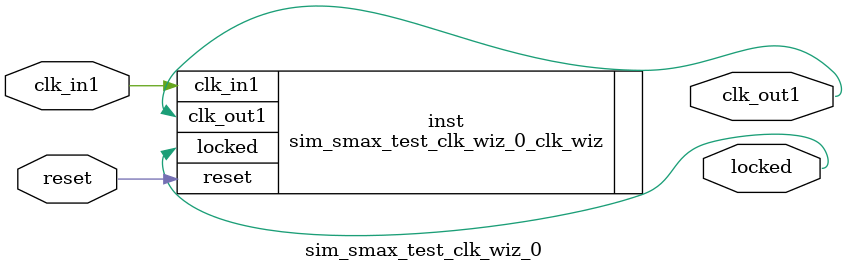
<source format=v>


`timescale 1ps/1ps

(* CORE_GENERATION_INFO = "sim_smax_test_clk_wiz_0,clk_wiz_v5_3_3_0,{component_name=sim_smax_test_clk_wiz_0,use_phase_alignment=true,use_min_o_jitter=false,use_max_i_jitter=false,use_dyn_phase_shift=false,use_inclk_switchover=false,use_dyn_reconfig=false,enable_axi=0,feedback_source=FDBK_AUTO,PRIMITIVE=MMCM,num_out_clk=1,clkin1_period=10.0,clkin2_period=10.0,use_power_down=false,use_reset=true,use_locked=true,use_inclk_stopped=false,feedback_type=SINGLE,CLOCK_MGR_TYPE=NA,manual_override=false}" *)

module sim_smax_test_clk_wiz_0 
 (
  // Clock out ports
  output        clk_out1,
  // Status and control signals
  input         reset,
  output        locked,
 // Clock in ports
  input         clk_in1
 );

  sim_smax_test_clk_wiz_0_clk_wiz inst
  (
  // Clock out ports  
  .clk_out1(clk_out1),
  // Status and control signals               
  .reset(reset), 
  .locked(locked),
 // Clock in ports
  .clk_in1(clk_in1)
  );

endmodule

</source>
